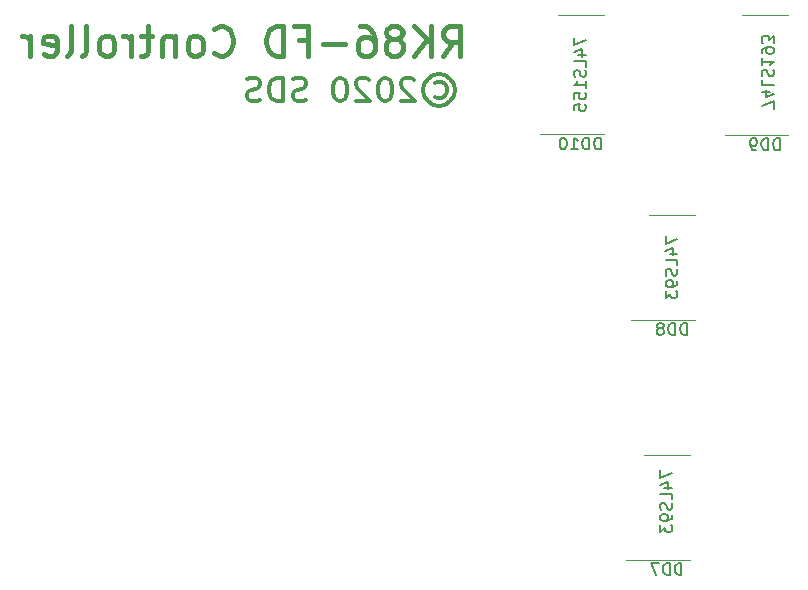
<source format=gbr>
G04 #@! TF.GenerationSoftware,KiCad,Pcbnew,(5.1.5)-3*
G04 #@! TF.CreationDate,2020-09-13T19:19:07-07:00*
G04 #@! TF.ProjectId,rk86kngmd,726b3836-6b6e-4676-9d64-2e6b69636164,rev?*
G04 #@! TF.SameCoordinates,Original*
G04 #@! TF.FileFunction,Legend,Bot*
G04 #@! TF.FilePolarity,Positive*
%FSLAX46Y46*%
G04 Gerber Fmt 4.6, Leading zero omitted, Abs format (unit mm)*
G04 Created by KiCad (PCBNEW (5.1.5)-3) date 2020-09-13 19:19:07*
%MOMM*%
%LPD*%
G04 APERTURE LIST*
%ADD10C,0.300000*%
%ADD11C,0.400000*%
%ADD12C,0.120000*%
%ADD13C,0.150000*%
G04 APERTURE END LIST*
D10*
X92290038Y-78974352D02*
X92480514Y-78879114D01*
X92861466Y-78879114D01*
X93051942Y-78974352D01*
X93242419Y-79164828D01*
X93337657Y-79355304D01*
X93337657Y-79736257D01*
X93242419Y-79926733D01*
X93051942Y-80117209D01*
X92861466Y-80212447D01*
X92480514Y-80212447D01*
X92290038Y-80117209D01*
X92670990Y-78212447D02*
X93147180Y-78307685D01*
X93623371Y-78593400D01*
X93909085Y-79069590D01*
X94004323Y-79545780D01*
X93909085Y-80021971D01*
X93623371Y-80498161D01*
X93147180Y-80783876D01*
X92670990Y-80879114D01*
X92194800Y-80783876D01*
X91718609Y-80498161D01*
X91432895Y-80021971D01*
X91337657Y-79545780D01*
X91432895Y-79069590D01*
X91718609Y-78593400D01*
X92194800Y-78307685D01*
X92670990Y-78212447D01*
X90575752Y-78688638D02*
X90480514Y-78593400D01*
X90290038Y-78498161D01*
X89813847Y-78498161D01*
X89623371Y-78593400D01*
X89528133Y-78688638D01*
X89432895Y-78879114D01*
X89432895Y-79069590D01*
X89528133Y-79355304D01*
X90670990Y-80498161D01*
X89432895Y-80498161D01*
X88194800Y-78498161D02*
X88004323Y-78498161D01*
X87813847Y-78593400D01*
X87718609Y-78688638D01*
X87623371Y-78879114D01*
X87528133Y-79260066D01*
X87528133Y-79736257D01*
X87623371Y-80117209D01*
X87718609Y-80307685D01*
X87813847Y-80402923D01*
X88004323Y-80498161D01*
X88194800Y-80498161D01*
X88385276Y-80402923D01*
X88480514Y-80307685D01*
X88575752Y-80117209D01*
X88670990Y-79736257D01*
X88670990Y-79260066D01*
X88575752Y-78879114D01*
X88480514Y-78688638D01*
X88385276Y-78593400D01*
X88194800Y-78498161D01*
X86766228Y-78688638D02*
X86670990Y-78593400D01*
X86480514Y-78498161D01*
X86004323Y-78498161D01*
X85813847Y-78593400D01*
X85718609Y-78688638D01*
X85623371Y-78879114D01*
X85623371Y-79069590D01*
X85718609Y-79355304D01*
X86861466Y-80498161D01*
X85623371Y-80498161D01*
X84385276Y-78498161D02*
X84194800Y-78498161D01*
X84004323Y-78593400D01*
X83909085Y-78688638D01*
X83813847Y-78879114D01*
X83718609Y-79260066D01*
X83718609Y-79736257D01*
X83813847Y-80117209D01*
X83909085Y-80307685D01*
X84004323Y-80402923D01*
X84194800Y-80498161D01*
X84385276Y-80498161D01*
X84575752Y-80402923D01*
X84670990Y-80307685D01*
X84766228Y-80117209D01*
X84861466Y-79736257D01*
X84861466Y-79260066D01*
X84766228Y-78879114D01*
X84670990Y-78688638D01*
X84575752Y-78593400D01*
X84385276Y-78498161D01*
X81432895Y-80402923D02*
X81147180Y-80498161D01*
X80670990Y-80498161D01*
X80480514Y-80402923D01*
X80385276Y-80307685D01*
X80290038Y-80117209D01*
X80290038Y-79926733D01*
X80385276Y-79736257D01*
X80480514Y-79641019D01*
X80670990Y-79545780D01*
X81051942Y-79450542D01*
X81242419Y-79355304D01*
X81337657Y-79260066D01*
X81432895Y-79069590D01*
X81432895Y-78879114D01*
X81337657Y-78688638D01*
X81242419Y-78593400D01*
X81051942Y-78498161D01*
X80575752Y-78498161D01*
X80290038Y-78593400D01*
X79432895Y-80498161D02*
X79432895Y-78498161D01*
X78956704Y-78498161D01*
X78670990Y-78593400D01*
X78480514Y-78783876D01*
X78385276Y-78974352D01*
X78290038Y-79355304D01*
X78290038Y-79641019D01*
X78385276Y-80021971D01*
X78480514Y-80212447D01*
X78670990Y-80402923D01*
X78956704Y-80498161D01*
X79432895Y-80498161D01*
X77528133Y-80402923D02*
X77242419Y-80498161D01*
X76766228Y-80498161D01*
X76575752Y-80402923D01*
X76480514Y-80307685D01*
X76385276Y-80117209D01*
X76385276Y-79926733D01*
X76480514Y-79736257D01*
X76575752Y-79641019D01*
X76766228Y-79545780D01*
X77147180Y-79450542D01*
X77337657Y-79355304D01*
X77432895Y-79260066D01*
X77528133Y-79069590D01*
X77528133Y-78879114D01*
X77432895Y-78688638D01*
X77337657Y-78593400D01*
X77147180Y-78498161D01*
X76670990Y-78498161D01*
X76385276Y-78593400D01*
D11*
X93040285Y-76650952D02*
X93873619Y-75460476D01*
X94468857Y-76650952D02*
X94468857Y-74150952D01*
X93516476Y-74150952D01*
X93278380Y-74270000D01*
X93159333Y-74389047D01*
X93040285Y-74627142D01*
X93040285Y-74984285D01*
X93159333Y-75222380D01*
X93278380Y-75341428D01*
X93516476Y-75460476D01*
X94468857Y-75460476D01*
X91968857Y-76650952D02*
X91968857Y-74150952D01*
X90540285Y-76650952D02*
X91611714Y-75222380D01*
X90540285Y-74150952D02*
X91968857Y-75579523D01*
X89111714Y-75222380D02*
X89349809Y-75103333D01*
X89468857Y-74984285D01*
X89587904Y-74746190D01*
X89587904Y-74627142D01*
X89468857Y-74389047D01*
X89349809Y-74270000D01*
X89111714Y-74150952D01*
X88635523Y-74150952D01*
X88397428Y-74270000D01*
X88278380Y-74389047D01*
X88159333Y-74627142D01*
X88159333Y-74746190D01*
X88278380Y-74984285D01*
X88397428Y-75103333D01*
X88635523Y-75222380D01*
X89111714Y-75222380D01*
X89349809Y-75341428D01*
X89468857Y-75460476D01*
X89587904Y-75698571D01*
X89587904Y-76174761D01*
X89468857Y-76412857D01*
X89349809Y-76531904D01*
X89111714Y-76650952D01*
X88635523Y-76650952D01*
X88397428Y-76531904D01*
X88278380Y-76412857D01*
X88159333Y-76174761D01*
X88159333Y-75698571D01*
X88278380Y-75460476D01*
X88397428Y-75341428D01*
X88635523Y-75222380D01*
X86016476Y-74150952D02*
X86492666Y-74150952D01*
X86730761Y-74270000D01*
X86849809Y-74389047D01*
X87087904Y-74746190D01*
X87206952Y-75222380D01*
X87206952Y-76174761D01*
X87087904Y-76412857D01*
X86968857Y-76531904D01*
X86730761Y-76650952D01*
X86254571Y-76650952D01*
X86016476Y-76531904D01*
X85897428Y-76412857D01*
X85778380Y-76174761D01*
X85778380Y-75579523D01*
X85897428Y-75341428D01*
X86016476Y-75222380D01*
X86254571Y-75103333D01*
X86730761Y-75103333D01*
X86968857Y-75222380D01*
X87087904Y-75341428D01*
X87206952Y-75579523D01*
X84706952Y-75698571D02*
X82802190Y-75698571D01*
X80778380Y-75341428D02*
X81611714Y-75341428D01*
X81611714Y-76650952D02*
X81611714Y-74150952D01*
X80421238Y-74150952D01*
X79468857Y-76650952D02*
X79468857Y-74150952D01*
X78873619Y-74150952D01*
X78516476Y-74270000D01*
X78278380Y-74508095D01*
X78159333Y-74746190D01*
X78040285Y-75222380D01*
X78040285Y-75579523D01*
X78159333Y-76055714D01*
X78278380Y-76293809D01*
X78516476Y-76531904D01*
X78873619Y-76650952D01*
X79468857Y-76650952D01*
X73635523Y-76412857D02*
X73754571Y-76531904D01*
X74111714Y-76650952D01*
X74349809Y-76650952D01*
X74706952Y-76531904D01*
X74945047Y-76293809D01*
X75064095Y-76055714D01*
X75183142Y-75579523D01*
X75183142Y-75222380D01*
X75064095Y-74746190D01*
X74945047Y-74508095D01*
X74706952Y-74270000D01*
X74349809Y-74150952D01*
X74111714Y-74150952D01*
X73754571Y-74270000D01*
X73635523Y-74389047D01*
X72206952Y-76650952D02*
X72445047Y-76531904D01*
X72564095Y-76412857D01*
X72683142Y-76174761D01*
X72683142Y-75460476D01*
X72564095Y-75222380D01*
X72445047Y-75103333D01*
X72206952Y-74984285D01*
X71849809Y-74984285D01*
X71611714Y-75103333D01*
X71492666Y-75222380D01*
X71373619Y-75460476D01*
X71373619Y-76174761D01*
X71492666Y-76412857D01*
X71611714Y-76531904D01*
X71849809Y-76650952D01*
X72206952Y-76650952D01*
X70302190Y-74984285D02*
X70302190Y-76650952D01*
X70302190Y-75222380D02*
X70183142Y-75103333D01*
X69945047Y-74984285D01*
X69587904Y-74984285D01*
X69349809Y-75103333D01*
X69230761Y-75341428D01*
X69230761Y-76650952D01*
X68397428Y-74984285D02*
X67445047Y-74984285D01*
X68040285Y-74150952D02*
X68040285Y-76293809D01*
X67921238Y-76531904D01*
X67683142Y-76650952D01*
X67445047Y-76650952D01*
X66611714Y-76650952D02*
X66611714Y-74984285D01*
X66611714Y-75460476D02*
X66492666Y-75222380D01*
X66373619Y-75103333D01*
X66135523Y-74984285D01*
X65897428Y-74984285D01*
X64706952Y-76650952D02*
X64945047Y-76531904D01*
X65064095Y-76412857D01*
X65183142Y-76174761D01*
X65183142Y-75460476D01*
X65064095Y-75222380D01*
X64945047Y-75103333D01*
X64706952Y-74984285D01*
X64349809Y-74984285D01*
X64111714Y-75103333D01*
X63992666Y-75222380D01*
X63873619Y-75460476D01*
X63873619Y-76174761D01*
X63992666Y-76412857D01*
X64111714Y-76531904D01*
X64349809Y-76650952D01*
X64706952Y-76650952D01*
X62445047Y-76650952D02*
X62683142Y-76531904D01*
X62802190Y-76293809D01*
X62802190Y-74150952D01*
X61135523Y-76650952D02*
X61373619Y-76531904D01*
X61492666Y-76293809D01*
X61492666Y-74150952D01*
X59230761Y-76531904D02*
X59468857Y-76650952D01*
X59945047Y-76650952D01*
X60183142Y-76531904D01*
X60302190Y-76293809D01*
X60302190Y-75341428D01*
X60183142Y-75103333D01*
X59945047Y-74984285D01*
X59468857Y-74984285D01*
X59230761Y-75103333D01*
X59111714Y-75341428D01*
X59111714Y-75579523D01*
X60302190Y-75817619D01*
X58040285Y-76650952D02*
X58040285Y-74984285D01*
X58040285Y-75460476D02*
X57921238Y-75222380D01*
X57802190Y-75103333D01*
X57564095Y-74984285D01*
X57326000Y-74984285D01*
D12*
X104651000Y-83297800D02*
X101201000Y-83297800D01*
X104651000Y-83297800D02*
X106601000Y-83297800D01*
X104651000Y-73177800D02*
X102701000Y-73177800D01*
X104651000Y-73177800D02*
X106601000Y-73177800D01*
X120297000Y-83361300D02*
X116847000Y-83361300D01*
X120297000Y-83361300D02*
X122247000Y-83361300D01*
X120297000Y-73241300D02*
X118347000Y-73241300D01*
X120297000Y-73241300D02*
X122247000Y-73241300D01*
X112398000Y-99005000D02*
X108948000Y-99005000D01*
X112398000Y-99005000D02*
X114348000Y-99005000D01*
X112398000Y-90135000D02*
X110448000Y-90135000D01*
X112398000Y-90135000D02*
X114348000Y-90135000D01*
X111955000Y-119325000D02*
X108505000Y-119325000D01*
X111955000Y-119325000D02*
X113905000Y-119325000D01*
X111955000Y-110455000D02*
X110005000Y-110455000D01*
X111955000Y-110455000D02*
X113905000Y-110455000D01*
D13*
X106365285Y-84590180D02*
X106365285Y-83590180D01*
X106127190Y-83590180D01*
X105984333Y-83637800D01*
X105889095Y-83733038D01*
X105841476Y-83828276D01*
X105793857Y-84018752D01*
X105793857Y-84161609D01*
X105841476Y-84352085D01*
X105889095Y-84447323D01*
X105984333Y-84542561D01*
X106127190Y-84590180D01*
X106365285Y-84590180D01*
X105365285Y-84590180D02*
X105365285Y-83590180D01*
X105127190Y-83590180D01*
X104984333Y-83637800D01*
X104889095Y-83733038D01*
X104841476Y-83828276D01*
X104793857Y-84018752D01*
X104793857Y-84161609D01*
X104841476Y-84352085D01*
X104889095Y-84447323D01*
X104984333Y-84542561D01*
X105127190Y-84590180D01*
X105365285Y-84590180D01*
X103841476Y-84590180D02*
X104412904Y-84590180D01*
X104127190Y-84590180D02*
X104127190Y-83590180D01*
X104222428Y-83733038D01*
X104317666Y-83828276D01*
X104412904Y-83875895D01*
X103222428Y-83590180D02*
X103127190Y-83590180D01*
X103031952Y-83637800D01*
X102984333Y-83685419D01*
X102936714Y-83780657D01*
X102889095Y-83971133D01*
X102889095Y-84209228D01*
X102936714Y-84399704D01*
X102984333Y-84494942D01*
X103031952Y-84542561D01*
X103127190Y-84590180D01*
X103222428Y-84590180D01*
X103317666Y-84542561D01*
X103365285Y-84494942D01*
X103412904Y-84399704D01*
X103460523Y-84209228D01*
X103460523Y-83971133D01*
X103412904Y-83780657D01*
X103365285Y-83685419D01*
X103317666Y-83637800D01*
X103222428Y-83590180D01*
X104103380Y-75118752D02*
X104103380Y-75785419D01*
X105103380Y-75356847D01*
X104436714Y-76594942D02*
X105103380Y-76594942D01*
X104055761Y-76356847D02*
X104770047Y-76118752D01*
X104770047Y-76737800D01*
X105103380Y-77594942D02*
X105103380Y-77118752D01*
X104103380Y-77118752D01*
X105055761Y-77880657D02*
X105103380Y-78023514D01*
X105103380Y-78261609D01*
X105055761Y-78356847D01*
X105008142Y-78404466D01*
X104912904Y-78452085D01*
X104817666Y-78452085D01*
X104722428Y-78404466D01*
X104674809Y-78356847D01*
X104627190Y-78261609D01*
X104579571Y-78071133D01*
X104531952Y-77975895D01*
X104484333Y-77928276D01*
X104389095Y-77880657D01*
X104293857Y-77880657D01*
X104198619Y-77928276D01*
X104151000Y-77975895D01*
X104103380Y-78071133D01*
X104103380Y-78309228D01*
X104151000Y-78452085D01*
X105103380Y-79404466D02*
X105103380Y-78833038D01*
X105103380Y-79118752D02*
X104103380Y-79118752D01*
X104246238Y-79023514D01*
X104341476Y-78928276D01*
X104389095Y-78833038D01*
X104103380Y-80309228D02*
X104103380Y-79833038D01*
X104579571Y-79785419D01*
X104531952Y-79833038D01*
X104484333Y-79928276D01*
X104484333Y-80166371D01*
X104531952Y-80261609D01*
X104579571Y-80309228D01*
X104674809Y-80356847D01*
X104912904Y-80356847D01*
X105008142Y-80309228D01*
X105055761Y-80261609D01*
X105103380Y-80166371D01*
X105103380Y-79928276D01*
X105055761Y-79833038D01*
X105008142Y-79785419D01*
X104103380Y-81261609D02*
X104103380Y-80785419D01*
X104579571Y-80737800D01*
X104531952Y-80785419D01*
X104484333Y-80880657D01*
X104484333Y-81118752D01*
X104531952Y-81213990D01*
X104579571Y-81261609D01*
X104674809Y-81309228D01*
X104912904Y-81309228D01*
X105008142Y-81261609D01*
X105055761Y-81213990D01*
X105103380Y-81118752D01*
X105103380Y-80880657D01*
X105055761Y-80785419D01*
X105008142Y-80737800D01*
X121535095Y-84653680D02*
X121535095Y-83653680D01*
X121297000Y-83653680D01*
X121154142Y-83701300D01*
X121058904Y-83796538D01*
X121011285Y-83891776D01*
X120963666Y-84082252D01*
X120963666Y-84225109D01*
X121011285Y-84415585D01*
X121058904Y-84510823D01*
X121154142Y-84606061D01*
X121297000Y-84653680D01*
X121535095Y-84653680D01*
X120535095Y-84653680D02*
X120535095Y-83653680D01*
X120297000Y-83653680D01*
X120154142Y-83701300D01*
X120058904Y-83796538D01*
X120011285Y-83891776D01*
X119963666Y-84082252D01*
X119963666Y-84225109D01*
X120011285Y-84415585D01*
X120058904Y-84510823D01*
X120154142Y-84606061D01*
X120297000Y-84653680D01*
X120535095Y-84653680D01*
X119487476Y-84653680D02*
X119297000Y-84653680D01*
X119201761Y-84606061D01*
X119154142Y-84558442D01*
X119058904Y-84415585D01*
X119011285Y-84225109D01*
X119011285Y-83844157D01*
X119058904Y-83748919D01*
X119106523Y-83701300D01*
X119201761Y-83653680D01*
X119392238Y-83653680D01*
X119487476Y-83701300D01*
X119535095Y-83748919D01*
X119582714Y-83844157D01*
X119582714Y-84082252D01*
X119535095Y-84177490D01*
X119487476Y-84225109D01*
X119392238Y-84272728D01*
X119201761Y-84272728D01*
X119106523Y-84225109D01*
X119058904Y-84177490D01*
X119011285Y-84082252D01*
X120997019Y-81166347D02*
X120997019Y-80499680D01*
X119997019Y-80928252D01*
X120663685Y-79690157D02*
X119997019Y-79690157D01*
X121044638Y-79928252D02*
X120330352Y-80166347D01*
X120330352Y-79547300D01*
X119997019Y-78690157D02*
X119997019Y-79166347D01*
X120997019Y-79166347D01*
X120044638Y-78404442D02*
X119997019Y-78261585D01*
X119997019Y-78023490D01*
X120044638Y-77928252D01*
X120092257Y-77880633D01*
X120187495Y-77833014D01*
X120282733Y-77833014D01*
X120377971Y-77880633D01*
X120425590Y-77928252D01*
X120473209Y-78023490D01*
X120520828Y-78213966D01*
X120568447Y-78309204D01*
X120616066Y-78356823D01*
X120711304Y-78404442D01*
X120806542Y-78404442D01*
X120901780Y-78356823D01*
X120949400Y-78309204D01*
X120997019Y-78213966D01*
X120997019Y-77975871D01*
X120949400Y-77833014D01*
X119997019Y-76880633D02*
X119997019Y-77452061D01*
X119997019Y-77166347D02*
X120997019Y-77166347D01*
X120854161Y-77261585D01*
X120758923Y-77356823D01*
X120711304Y-77452061D01*
X119997019Y-76404442D02*
X119997019Y-76213966D01*
X120044638Y-76118728D01*
X120092257Y-76071109D01*
X120235114Y-75975871D01*
X120425590Y-75928252D01*
X120806542Y-75928252D01*
X120901780Y-75975871D01*
X120949400Y-76023490D01*
X120997019Y-76118728D01*
X120997019Y-76309204D01*
X120949400Y-76404442D01*
X120901780Y-76452061D01*
X120806542Y-76499680D01*
X120568447Y-76499680D01*
X120473209Y-76452061D01*
X120425590Y-76404442D01*
X120377971Y-76309204D01*
X120377971Y-76118728D01*
X120425590Y-76023490D01*
X120473209Y-75975871D01*
X120568447Y-75928252D01*
X120997019Y-75594919D02*
X120997019Y-74975871D01*
X120616066Y-75309204D01*
X120616066Y-75166347D01*
X120568447Y-75071109D01*
X120520828Y-75023490D01*
X120425590Y-74975871D01*
X120187495Y-74975871D01*
X120092257Y-75023490D01*
X120044638Y-75071109D01*
X119997019Y-75166347D01*
X119997019Y-75452061D01*
X120044638Y-75547300D01*
X120092257Y-75594919D01*
X113636095Y-100302380D02*
X113636095Y-99302380D01*
X113398000Y-99302380D01*
X113255142Y-99350000D01*
X113159904Y-99445238D01*
X113112285Y-99540476D01*
X113064666Y-99730952D01*
X113064666Y-99873809D01*
X113112285Y-100064285D01*
X113159904Y-100159523D01*
X113255142Y-100254761D01*
X113398000Y-100302380D01*
X113636095Y-100302380D01*
X112636095Y-100302380D02*
X112636095Y-99302380D01*
X112398000Y-99302380D01*
X112255142Y-99350000D01*
X112159904Y-99445238D01*
X112112285Y-99540476D01*
X112064666Y-99730952D01*
X112064666Y-99873809D01*
X112112285Y-100064285D01*
X112159904Y-100159523D01*
X112255142Y-100254761D01*
X112398000Y-100302380D01*
X112636095Y-100302380D01*
X111493238Y-99730952D02*
X111588476Y-99683333D01*
X111636095Y-99635714D01*
X111683714Y-99540476D01*
X111683714Y-99492857D01*
X111636095Y-99397619D01*
X111588476Y-99350000D01*
X111493238Y-99302380D01*
X111302761Y-99302380D01*
X111207523Y-99350000D01*
X111159904Y-99397619D01*
X111112285Y-99492857D01*
X111112285Y-99540476D01*
X111159904Y-99635714D01*
X111207523Y-99683333D01*
X111302761Y-99730952D01*
X111493238Y-99730952D01*
X111588476Y-99778571D01*
X111636095Y-99826190D01*
X111683714Y-99921428D01*
X111683714Y-100111904D01*
X111636095Y-100207142D01*
X111588476Y-100254761D01*
X111493238Y-100302380D01*
X111302761Y-100302380D01*
X111207523Y-100254761D01*
X111159904Y-100207142D01*
X111112285Y-100111904D01*
X111112285Y-99921428D01*
X111159904Y-99826190D01*
X111207523Y-99778571D01*
X111302761Y-99730952D01*
X111850380Y-91927142D02*
X111850380Y-92593809D01*
X112850380Y-92165238D01*
X112183714Y-93403333D02*
X112850380Y-93403333D01*
X111802761Y-93165238D02*
X112517047Y-92927142D01*
X112517047Y-93546190D01*
X112850380Y-94403333D02*
X112850380Y-93927142D01*
X111850380Y-93927142D01*
X112802761Y-94689047D02*
X112850380Y-94831904D01*
X112850380Y-95070000D01*
X112802761Y-95165238D01*
X112755142Y-95212857D01*
X112659904Y-95260476D01*
X112564666Y-95260476D01*
X112469428Y-95212857D01*
X112421809Y-95165238D01*
X112374190Y-95070000D01*
X112326571Y-94879523D01*
X112278952Y-94784285D01*
X112231333Y-94736666D01*
X112136095Y-94689047D01*
X112040857Y-94689047D01*
X111945619Y-94736666D01*
X111898000Y-94784285D01*
X111850380Y-94879523D01*
X111850380Y-95117619D01*
X111898000Y-95260476D01*
X112850380Y-95736666D02*
X112850380Y-95927142D01*
X112802761Y-96022380D01*
X112755142Y-96070000D01*
X112612285Y-96165238D01*
X112421809Y-96212857D01*
X112040857Y-96212857D01*
X111945619Y-96165238D01*
X111898000Y-96117619D01*
X111850380Y-96022380D01*
X111850380Y-95831904D01*
X111898000Y-95736666D01*
X111945619Y-95689047D01*
X112040857Y-95641428D01*
X112278952Y-95641428D01*
X112374190Y-95689047D01*
X112421809Y-95736666D01*
X112469428Y-95831904D01*
X112469428Y-96022380D01*
X112421809Y-96117619D01*
X112374190Y-96165238D01*
X112278952Y-96212857D01*
X111850380Y-96546190D02*
X111850380Y-97165238D01*
X112231333Y-96831904D01*
X112231333Y-96974761D01*
X112278952Y-97070000D01*
X112326571Y-97117619D01*
X112421809Y-97165238D01*
X112659904Y-97165238D01*
X112755142Y-97117619D01*
X112802761Y-97070000D01*
X112850380Y-96974761D01*
X112850380Y-96689047D01*
X112802761Y-96593809D01*
X112755142Y-96546190D01*
X113193095Y-120622380D02*
X113193095Y-119622380D01*
X112955000Y-119622380D01*
X112812142Y-119670000D01*
X112716904Y-119765238D01*
X112669285Y-119860476D01*
X112621666Y-120050952D01*
X112621666Y-120193809D01*
X112669285Y-120384285D01*
X112716904Y-120479523D01*
X112812142Y-120574761D01*
X112955000Y-120622380D01*
X113193095Y-120622380D01*
X112193095Y-120622380D02*
X112193095Y-119622380D01*
X111955000Y-119622380D01*
X111812142Y-119670000D01*
X111716904Y-119765238D01*
X111669285Y-119860476D01*
X111621666Y-120050952D01*
X111621666Y-120193809D01*
X111669285Y-120384285D01*
X111716904Y-120479523D01*
X111812142Y-120574761D01*
X111955000Y-120622380D01*
X112193095Y-120622380D01*
X111288333Y-119622380D02*
X110621666Y-119622380D01*
X111050238Y-120622380D01*
X111407380Y-111739142D02*
X111407380Y-112405809D01*
X112407380Y-111977238D01*
X111740714Y-113215333D02*
X112407380Y-113215333D01*
X111359761Y-112977238D02*
X112074047Y-112739142D01*
X112074047Y-113358190D01*
X112407380Y-114215333D02*
X112407380Y-113739142D01*
X111407380Y-113739142D01*
X112359761Y-114501047D02*
X112407380Y-114643904D01*
X112407380Y-114882000D01*
X112359761Y-114977238D01*
X112312142Y-115024857D01*
X112216904Y-115072476D01*
X112121666Y-115072476D01*
X112026428Y-115024857D01*
X111978809Y-114977238D01*
X111931190Y-114882000D01*
X111883571Y-114691523D01*
X111835952Y-114596285D01*
X111788333Y-114548666D01*
X111693095Y-114501047D01*
X111597857Y-114501047D01*
X111502619Y-114548666D01*
X111455000Y-114596285D01*
X111407380Y-114691523D01*
X111407380Y-114929619D01*
X111455000Y-115072476D01*
X112407380Y-115548666D02*
X112407380Y-115739142D01*
X112359761Y-115834380D01*
X112312142Y-115882000D01*
X112169285Y-115977238D01*
X111978809Y-116024857D01*
X111597857Y-116024857D01*
X111502619Y-115977238D01*
X111455000Y-115929619D01*
X111407380Y-115834380D01*
X111407380Y-115643904D01*
X111455000Y-115548666D01*
X111502619Y-115501047D01*
X111597857Y-115453428D01*
X111835952Y-115453428D01*
X111931190Y-115501047D01*
X111978809Y-115548666D01*
X112026428Y-115643904D01*
X112026428Y-115834380D01*
X111978809Y-115929619D01*
X111931190Y-115977238D01*
X111835952Y-116024857D01*
X111407380Y-116358190D02*
X111407380Y-116977238D01*
X111788333Y-116643904D01*
X111788333Y-116786761D01*
X111835952Y-116882000D01*
X111883571Y-116929619D01*
X111978809Y-116977238D01*
X112216904Y-116977238D01*
X112312142Y-116929619D01*
X112359761Y-116882000D01*
X112407380Y-116786761D01*
X112407380Y-116501047D01*
X112359761Y-116405809D01*
X112312142Y-116358190D01*
M02*

</source>
